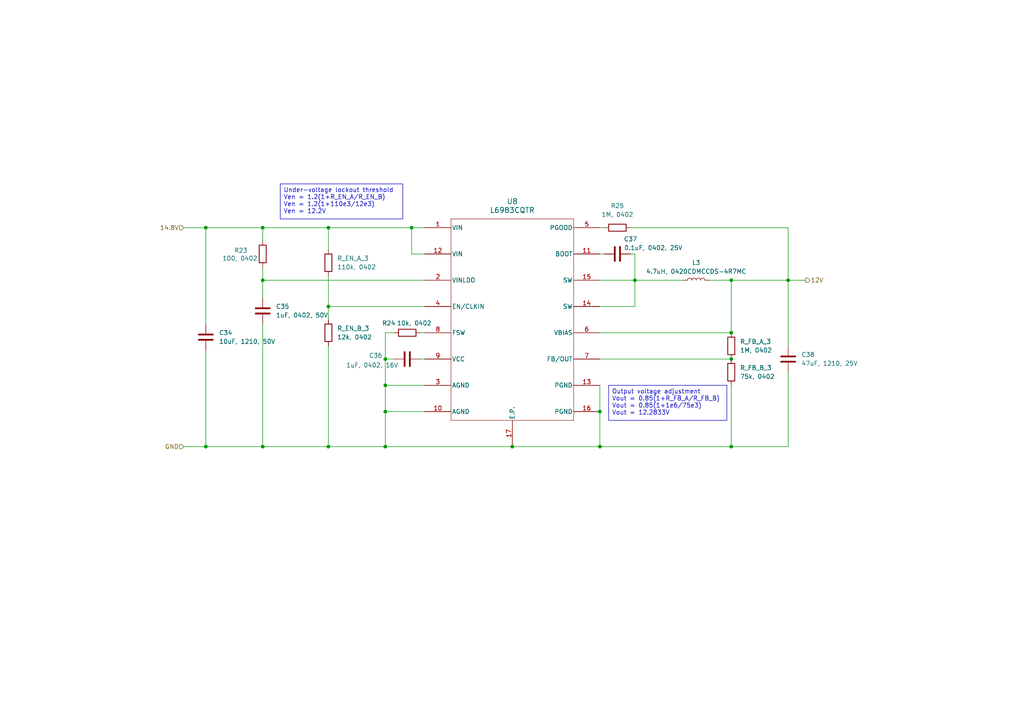
<source format=kicad_sch>
(kicad_sch (version 20250114) (generator "eeschema") (generator_version "9.0")
  (paper "A4")
  (lib_symbols
    (symbol "Device:C" (pin_numbers (hide yes)) (pin_names (offset 0.254))
      (property "Reference" "C" (at 0.635 2.54 0))
      (property "Value" "C" (at 0.635 -2.54 0))
      (symbol "C_0_1"
        (polyline (pts (xy -2.032 0.762) (xy 2.032 0.762)) (stroke (width 0.508)))
        (polyline (pts (xy -2.032 -0.762) (xy 2.032 -0.762)) (stroke (width 0.508)))
      )
      (symbol "C_1_1"
        (pin passive line (at 0 3.81 270) (length 2.794) (name "~") (number "1"))
        (pin passive line (at 0 -3.81 90) (length 2.794) (name "~") (number "2"))
      )
    )
    (symbol "Device:L" (pin_numbers (hide yes)) (pin_names (offset 1.016) (hide yes))
      (property "Reference" "L" (at -1.27 0 90))
      (property "Value" "L" (at 1.905 0 90))
      (symbol "L_0_1"
        (arc (start 0 2.54) (mid 0.6323 1.905) (end 0 1.27))
        (arc (start 0 1.27) (mid 0.6323 0.635) (end 0 0))
        (arc (start 0 0) (mid 0.6323 -0.635) (end 0 -1.27))
        (arc (start 0 -1.27) (mid 0.6323 -1.905) (end 0 -2.54))
      )
      (symbol "L_1_1"
        (pin passive line (at 0 3.81 270) (length 1.27) (name "1") (number "1"))
        (pin passive line (at 0 -3.81 90) (length 1.27) (name "2") (number "2"))
      )
    )
    (symbol "Device:R" (pin_numbers (hide yes)) (pin_names (offset 0))
      (property "Reference" "R" (at 2.032 0 90))
      (property "Value" "R" (at 0 0 90))
      (symbol "R_0_1"
        (rectangle (start -1.016 -2.54) (end 1.016 2.54) (stroke (width 0.254)))
      )
      (symbol "R_1_1"
        (pin passive line (at 0 3.81 270) (length 1.27) (name "~") (number "1"))
        (pin passive line (at 0 -3.81 90) (length 1.27) (name "~") (number "2"))
      )
    )
    (symbol "L6983C33QTR:L6983C33QTR" (pin_names (offset 0.254))
      (property "Reference" "U2" (at 25.4 10.16 0))
      (property "Value" "L6983C33QTR" (at 25.4 7.62 0))
      (symbol "L6983C33QTR_0_1"
        (polyline (pts (xy 7.62 5.08) (xy 7.62 -53.34)) (stroke (width 0.127)))
        (polyline (pts (xy 7.62 -53.34) (xy 43.18 -53.34)) (stroke (width 0.127)))
        (polyline (pts (xy 43.18 5.08) (xy 7.62 5.08)) (stroke (width 0.127)))
        (polyline (pts (xy 43.18 -53.34) (xy 43.18 5.08)) (stroke (width 0.127)))
        (pin unspecified line (at 0 2.54 0) (length 7.62) (name "VIN") (number "1"))
        (pin unspecified line (at 0 -5.08 0) (length 7.62) (name "VIN") (number "12"))
        (pin unspecified line (at 0 -12.7 0) (length 7.62) (name "VINLDO") (number "2"))
        (pin unspecified line (at 0 -20.32 0) (length 7.62) (name "EN/CLKIN") (number "4"))
        (pin unspecified line (at 0 -27.94 0) (length 7.62) (name "FSW") (number "8"))
        (pin power_in line (at 0 -35.56 0) (length 7.62) (name "VCC") (number "9"))
        (pin power_out line (at 0 -43.18 0) (length 7.62) (name "AGND") (number "3"))
        (pin power_out line (at 0 -50.8 0) (length 7.62) (name "AGND") (number "10"))
        (pin unspecified line (at 25.4 -60.96 90) (length 7.62) (name "E.P.") (number "17"))
        (pin power_in line (at 50.8 2.54 180) (length 7.62) (name "PGOOD") (number "5"))
        (pin unspecified line (at 50.8 -5.08 180) (length 7.62) (name "BOOT") (number "11"))
        (pin unspecified line (at 50.8 -12.7 180) (length 7.62) (name "SW") (number "15"))
        (pin unspecified line (at 50.8 -20.32 180) (length 7.62) (name "SW") (number "14"))
        (pin unspecified line (at 50.8 -27.94 180) (length 7.62) (name "VBIAS") (number "6"))
        (pin output line (at 50.8 -35.56 180) (length 7.62) (name "FB/OUT") (number "7"))
        (pin power_out line (at 50.8 -43.18 180) (length 7.62) (name "PGND") (number "13"))
        (pin power_out line (at 50.8 -50.8 180) (length 7.62) (name "PGND") (number "16"))
      )
    )
  )
  (text_box "Output voltage adjustment\nVout = 0.85(1+R_FB_A/R_FB_B)\nVout = 0.85(1+1e6/75e3)\nVout = 12.2833V\n" (at 176.53 111.76 0) (size 34.29 10.16) (margins 0.9525 0.9525 0.9525 0.9525) (effects (font (size 1.27 1.27)) (justify left top)))
  (text_box "Under-voltage lockout threshold\nVen = 1.2(1+R_EN_A/R_EN_B)\nVen = 1.2(1+110e3/12e3)\nVen = 12.2V\n" (at 81.28 53.34 0) (size 35.56 10.16) (margins 0.9525 0.9525 0.9525 0.9525) (effects (font (size 1.27 1.27)) (justify left top)))
  (junction (at 228.6 81.28))
  (junction (at 212.09 81.28))
  (junction (at 95.25 129.54))
  (junction (at 59.69 66.04))
  (junction (at 173.99 119.38))
  (junction (at 111.76 104.14))
  (junction (at 212.09 96.52))
  (junction (at 173.99 129.54))
  (junction (at 148.59 129.54))
  (junction (at 111.76 119.38))
  (junction (at 212.09 104.14))
  (junction (at 76.2 81.28))
  (junction (at 59.69 129.54))
  (junction (at 184.15 81.28))
  (junction (at 111.76 111.76))
  (junction (at 95.25 66.04))
  (junction (at 76.2 129.54))
  (junction (at 111.76 129.54))
  (junction (at 76.2 66.04))
  (junction (at 119.38 66.04))
  (junction (at 212.09 129.54))
  (junction (at 95.25 88.9))
  (wire (pts (xy 111.76 111.76) (xy 111.76 119.38)))
  (wire (pts (xy 173.99 119.38) (xy 173.99 129.54)))
  (wire (pts (xy 121.92 104.14) (xy 123.19 104.14)))
  (wire (pts (xy 111.76 119.38) (xy 111.76 129.54)))
  (wire (pts (xy 95.25 66.04) (xy 119.38 66.04)))
  (wire (pts (xy 173.99 111.76) (xy 173.99 119.38)))
  (wire (pts (xy 212.09 111.76) (xy 212.09 129.54)))
  (wire (pts (xy 121.92 96.52) (xy 123.19 96.52)))
  (wire (pts (xy 111.76 104.14) (xy 111.76 111.76)))
  (wire (pts (xy 76.2 69.85) (xy 76.2 66.04)))
  (wire (pts (xy 212.09 129.54) (xy 228.6 129.54)))
  (wire (pts (xy 95.25 88.9) (xy 95.25 92.71)))
  (wire (pts (xy 95.25 88.9) (xy 95.25 80.01)))
  (wire (pts (xy 119.38 73.66) (xy 123.19 73.66)))
  (wire (pts (xy 76.2 66.04) (xy 95.25 66.04)))
  (wire (pts (xy 182.88 66.04) (xy 228.6 66.04)))
  (wire (pts (xy 53.34 66.04) (xy 59.69 66.04)))
  (wire (pts (xy 114.3 104.14) (xy 111.76 104.14)))
  (wire (pts (xy 76.2 81.28) (xy 76.2 77.47)))
  (wire (pts (xy 59.69 93.98) (xy 59.69 66.04)))
  (wire (pts (xy 228.6 100.33) (xy 228.6 81.28)))
  (wire (pts (xy 173.99 96.52) (xy 212.09 96.52)))
  (wire (pts (xy 95.25 88.9) (xy 123.19 88.9)))
  (wire (pts (xy 119.38 66.04) (xy 119.38 73.66)))
  (wire (pts (xy 59.69 101.6) (xy 59.69 129.54)))
  (wire (pts (xy 76.2 93.98) (xy 76.2 129.54)))
  (wire (pts (xy 228.6 66.04) (xy 228.6 81.28)))
  (wire (pts (xy 59.69 129.54) (xy 76.2 129.54)))
  (wire (pts (xy 184.15 73.66) (xy 184.15 81.28)))
  (wire (pts (xy 173.99 129.54) (xy 148.59 129.54)))
  (wire (pts (xy 123.19 111.76) (xy 111.76 111.76)))
  (wire (pts (xy 173.99 88.9) (xy 184.15 88.9)))
  (wire (pts (xy 205.74 81.28) (xy 212.09 81.28)))
  (wire (pts (xy 76.2 81.28) (xy 76.2 86.36)))
  (wire (pts (xy 119.38 66.04) (xy 123.19 66.04)))
  (wire (pts (xy 173.99 104.14) (xy 212.09 104.14)))
  (wire (pts (xy 111.76 119.38) (xy 123.19 119.38)))
  (wire (pts (xy 173.99 129.54) (xy 212.09 129.54)))
  (wire (pts (xy 173.99 73.66) (xy 175.26 73.66)))
  (wire (pts (xy 95.25 129.54) (xy 111.76 129.54)))
  (wire (pts (xy 53.34 129.54) (xy 59.69 129.54)))
  (wire (pts (xy 233.68 81.28) (xy 228.6 81.28)))
  (wire (pts (xy 95.25 100.33) (xy 95.25 129.54)))
  (wire (pts (xy 59.69 66.04) (xy 76.2 66.04)))
  (wire (pts (xy 228.6 107.95) (xy 228.6 129.54)))
  (wire (pts (xy 173.99 81.28) (xy 184.15 81.28)))
  (wire (pts (xy 95.25 66.04) (xy 95.25 72.39)))
  (wire (pts (xy 212.09 81.28) (xy 228.6 81.28)))
  (wire (pts (xy 182.88 73.66) (xy 184.15 73.66)))
  (wire (pts (xy 114.3 96.52) (xy 111.76 96.52)))
  (wire (pts (xy 184.15 81.28) (xy 198.12 81.28)))
  (wire (pts (xy 212.09 81.28) (xy 212.09 96.52)))
  (wire (pts (xy 111.76 129.54) (xy 148.59 129.54)))
  (wire (pts (xy 76.2 129.54) (xy 95.25 129.54)))
  (wire (pts (xy 123.19 81.28) (xy 76.2 81.28)))
  (wire (pts (xy 173.99 66.04) (xy 175.26 66.04)))
  (wire (pts (xy 184.15 88.9) (xy 184.15 81.28)))
  (wire (pts (xy 111.76 96.52) (xy 111.76 104.14)))
  (hierarchical_label "12V" (shape output) (at 233.68 81.28 0))
  (hierarchical_label "GND" (shape input) (at 53.34 129.54 180))
  (hierarchical_label "14.8V" (shape input) (at 53.34 66.04 180))
  (symbol (lib_id "Device:R") (at 118.11 96.52 270) (unit 1)
    (property "Reference" "R21" (at 112.776 93.726 90))
    (property "Value" "10k, 0402" (at 120.142 93.726 90))
    (property "Footprint" "Resistor_SMD:R_0402_1005Metric" (effects (hide yes)))
    (property "Description" "Resistor" (effects (hide yes)))
    (instances (project "hammerhead_kicad_v2" (path "" (reference "R24") (unit 1)) (path "" (reference "R21") (unit 1))))
  )
  (symbol (lib_id "Device:R") (at 95.25 96.52 0) (unit 1)
    (property "Reference" "R_EN_B_2" (at 97.79 95.2499 0) (effects (justify left)))
    (property "Value" "12k, 0402" (at 97.79 97.7899 0) (effects (justify left)))
    (property "Footprint" "Resistor_SMD:R_0402_1005Metric" (effects (hide yes)))
    (property "Description" "Resistor" (effects (hide yes)))
    (instances (project "hammerhead_kicad_v2" (path "" (reference "R_EN_B_3") (unit 1)) (path "" (reference "R_EN_B_2") (unit 1))))
  )
  (symbol (lib_id "Device:R") (at 179.07 66.04 90) (unit 1)
    (property "Reference" "R22" (at 179.07 59.69 90))
    (property "Value" "1M, 0402" (at 179.07 62.23 90))
    (property "Footprint" "Resistor_SMD:R_0402_1005Metric" (effects (hide yes)))
    (property "Description" "Resistor" (effects (hide yes)))
    (instances (project "hammerhead_kicad_v2" (path "" (reference "R25") (unit 1)) (path "" (reference "R22") (unit 1))))
  )
  (symbol (lib_id "Device:C") (at 76.2 90.17 0) (unit 1)
    (property "Reference" "C30" (at 80.01 88.8999 0) (effects (justify left)))
    (property "Value" "1uF, 0402, 50V" (at 80.01 91.4399 0) (effects (justify left)))
    (property "Footprint" "Capacitor_SMD:C_0402_1005Metric" (effects (hide yes)))
    (property "Description" "Unpolarized capacitor" (effects (hide yes)))
    (instances (project "hammerhead_kicad_v2" (path "" (reference "C35") (unit 1)) (path "" (reference "C30") (unit 1))))
  )
  (symbol (lib_id "Device:R") (at 76.2 73.66 0) (unit 1)
    (property "Reference" "R20" (at 69.85 72.644 0))
    (property "Value" "100, 0402" (at 69.596 74.93 0))
    (property "Footprint" "Resistor_SMD:R_0402_1005Metric" (effects (hide yes)))
    (property "Description" "Resistor" (effects (hide yes)))
    (instances (project "hammerhead_kicad_v2" (path "" (reference "R23") (unit 1)) (path "" (reference "R20") (unit 1))))
  )
  (symbol (lib_id "Device:L") (at 201.93 81.28 90) (unit 1)
    (property "Reference" "L2" (at 201.93 76.2 90))
    (property "Value" "4.7uH, 0420CDMCCDS-4R7MC" (at 201.93 78.74 90))
    (property "Footprint" "0420CDMCCDS-4R7MC:0420CDMCCDS-4R7MC" (effects (hide yes)))
    (property "Datasheet" "https://www.mouser.com/datasheet/3/265/1/0420CDMCCDS1.pdf" (effects (hide yes)))
    (property "Description" "Inductor" (effects (hide yes)))
    (instances (project "hammerhead_kicad_v2" (path "" (reference "L3") (unit 1)) (path "" (reference "L2") (unit 1))))
  )
  (symbol (lib_id "Device:C") (at 179.07 73.66 90) (unit 1)
    (property "Reference" "C32" (at 182.88 69.342 90))
    (property "Value" "0.1uF, 0402, 25V" (at 189.484 71.882 90))
    (property "Footprint" "Capacitor_SMD:C_0402_1005Metric" (effects (hide yes)))
    (property "Description" "Unpolarized capacitor" (effects (hide yes)))
    (instances (project "hammerhead_kicad_v2" (path "" (reference "C37") (unit 1)) (path "" (reference "C32") (unit 1))))
  )
  (symbol (lib_id "L6983C33QTR:L6983C33QTR") (at 123.19 68.58 0) (unit 1)
    (property "Reference" "U7" (at 148.59 58.42 0) (effects (font (size 1.524 1.524))))
    (property "Value" "L6983CQTR" (at 148.59 60.96 0) (effects (font (size 1.524 1.524))))
    (property "Footprint" "L6983C33QTR:QFN_33QTR_STM" (effects (hide yes)))
    (property "Datasheet" "https://www.st.com/resource/en/datasheet/l6983.pdf" (effects (hide yes)))
    (instances (project "hammerhead_kicad_v2" (path "" (reference "U8") (unit 1)) (path "" (reference "U7") (unit 1))))
  )
  (symbol (lib_id "Device:C") (at 59.69 97.79 0) (unit 1)
    (property "Reference" "C29" (at 63.5 96.5199 0) (effects (justify left)))
    (property "Value" "10uF, 1210, 50V" (at 63.5 99.0599 0) (effects (justify left)))
    (property "Footprint" "Capacitor_SMD:C_1210_3225Metric" (effects (hide yes)))
    (property "Description" "Unpolarized capacitor" (effects (hide yes)))
    (instances (project "hammerhead_kicad_v2" (path "" (reference "C34") (unit 1)) (path "" (reference "C29") (unit 1))))
  )
  (symbol (lib_id "Device:R") (at 212.09 107.95 0) (unit 1)
    (property "Reference" "R_FB_B_2" (at 214.63 106.6799 0) (effects (justify left)))
    (property "Value" "75k, 0402" (at 214.63 109.2199 0) (effects (justify left)))
    (property "Footprint" "Resistor_SMD:R_0402_1005Metric" (effects (hide yes)))
    (property "Description" "Resistor" (effects (hide yes)))
    (instances (project "hammerhead_kicad_v2" (path "" (reference "R_FB_B_3") (unit 1)) (path "" (reference "R_FB_B_2") (unit 1))))
  )
  (symbol (lib_id "Device:R") (at 212.09 100.33 0) (unit 1)
    (property "Reference" "R_FB_A_2" (at 214.63 99.0599 0) (effects (justify left)))
    (property "Value" "1M, 0402" (at 214.63 101.5999 0) (effects (justify left)))
    (property "Footprint" "Resistor_SMD:R_0402_1005Metric" (effects (hide yes)))
    (property "Description" "Resistor" (effects (hide yes)))
    (instances (project "hammerhead_kicad_v2" (path "" (reference "R_FB_A_3") (unit 1)) (path "" (reference "R_FB_A_2") (unit 1))))
  )
  (symbol (lib_id "Device:C") (at 118.11 104.14 90) (unit 1)
    (property "Reference" "C31" (at 108.966 103.124 90))
    (property "Value" "1uF, 0402, 16V" (at 107.95 105.918 90))
    (property "Footprint" "Capacitor_SMD:C_0402_1005Metric" (effects (hide yes)))
    (property "Description" "Unpolarized capacitor" (effects (hide yes)))
    (instances (project "hammerhead_kicad_v2" (path "" (reference "C36") (unit 1)) (path "" (reference "C31") (unit 1))))
  )
  (symbol (lib_id "Device:C") (at 228.6 104.14 180) (unit 1)
    (property "Reference" "C33" (at 232.41 102.8699 0) (effects (justify right)))
    (property "Value" "47uF, 1210, 25V" (at 232.41 105.4099 0) (effects (justify right)))
    (property "Footprint" "Capacitor_SMD:C_1210_3225Metric" (effects (hide yes)))
    (property "Description" "Unpolarized capacitor" (effects (hide yes)))
    (instances (project "hammerhead_kicad_v2" (path "" (reference "C38") (unit 1)) (path "" (reference "C33") (unit 1))))
  )
  (symbol (lib_id "Device:R") (at 95.25 76.2 0) (unit 1)
    (property "Reference" "R_EN_A_2" (at 97.79 74.9299 0) (effects (justify left)))
    (property "Value" "110k, 0402" (at 97.79 77.4699 0) (effects (justify left)))
    (property "Footprint" "Resistor_SMD:R_0402_1005Metric" (effects (hide yes)))
    (property "Description" "Resistor" (effects (hide yes)))
    (instances (project "hammerhead_kicad_v2" (path "" (reference "R_EN_A_3") (unit 1)) (path "" (reference "R_EN_A_2") (unit 1))))
  )
)
</source>
